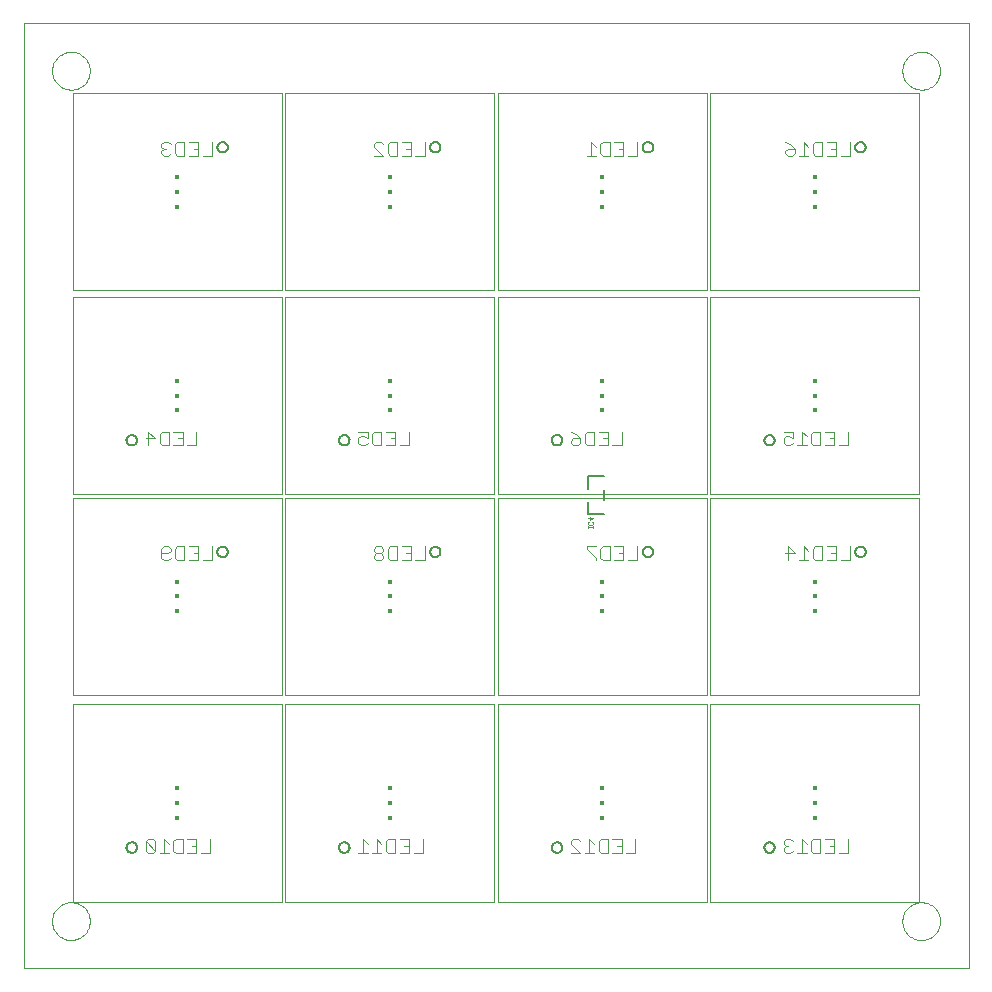
<source format=gbo>
G75*
G70*
%OFA0B0*%
%FSLAX24Y24*%
%IPPOS*%
%LPD*%
%AMOC8*
5,1,8,0,0,1.08239X$1,22.5*
%
%ADD10C,0.0000*%
%ADD11C,0.0040*%
%ADD12R,0.0157X0.0157*%
%ADD13C,0.0079*%
%ADD14C,0.0060*%
%ADD15C,0.0010*%
D10*
X001723Y000125D02*
X001723Y031621D01*
X033219Y031621D01*
X033219Y000125D01*
X001723Y000125D01*
X002668Y001700D02*
X002670Y001750D01*
X002676Y001800D01*
X002686Y001849D01*
X002700Y001897D01*
X002717Y001944D01*
X002738Y001989D01*
X002763Y002033D01*
X002791Y002074D01*
X002823Y002113D01*
X002857Y002150D01*
X002894Y002184D01*
X002934Y002214D01*
X002976Y002241D01*
X003020Y002265D01*
X003066Y002286D01*
X003113Y002302D01*
X003161Y002315D01*
X003211Y002324D01*
X003260Y002329D01*
X003311Y002330D01*
X003361Y002327D01*
X003410Y002320D01*
X003459Y002309D01*
X003507Y002294D01*
X003553Y002276D01*
X003598Y002254D01*
X003641Y002228D01*
X003682Y002199D01*
X003721Y002167D01*
X003757Y002132D01*
X003789Y002094D01*
X003819Y002054D01*
X003846Y002011D01*
X003869Y001967D01*
X003888Y001921D01*
X003904Y001873D01*
X003916Y001824D01*
X003924Y001775D01*
X003928Y001725D01*
X003928Y001675D01*
X003924Y001625D01*
X003916Y001576D01*
X003904Y001527D01*
X003888Y001479D01*
X003869Y001433D01*
X003846Y001389D01*
X003819Y001346D01*
X003789Y001306D01*
X003757Y001268D01*
X003721Y001233D01*
X003682Y001201D01*
X003641Y001172D01*
X003598Y001146D01*
X003553Y001124D01*
X003507Y001106D01*
X003459Y001091D01*
X003410Y001080D01*
X003361Y001073D01*
X003311Y001070D01*
X003260Y001071D01*
X003211Y001076D01*
X003161Y001085D01*
X003113Y001098D01*
X003066Y001114D01*
X003020Y001135D01*
X002976Y001159D01*
X002934Y001186D01*
X002894Y001216D01*
X002857Y001250D01*
X002823Y001287D01*
X002791Y001326D01*
X002763Y001367D01*
X002738Y001411D01*
X002717Y001456D01*
X002700Y001503D01*
X002686Y001551D01*
X002676Y001600D01*
X002670Y001650D01*
X002668Y001700D01*
X003357Y002350D02*
X003357Y008924D01*
X010325Y008924D01*
X010325Y002350D01*
X003357Y002350D01*
X010444Y002350D02*
X010444Y008924D01*
X017412Y008924D01*
X017412Y002350D01*
X010444Y002350D01*
X017530Y002350D02*
X017530Y008924D01*
X024499Y008924D01*
X024499Y002350D01*
X017530Y002350D01*
X024617Y002350D02*
X024617Y008924D01*
X031585Y008924D01*
X031585Y002350D01*
X024617Y002350D01*
X031014Y001700D02*
X031016Y001750D01*
X031022Y001800D01*
X031032Y001849D01*
X031046Y001897D01*
X031063Y001944D01*
X031084Y001989D01*
X031109Y002033D01*
X031137Y002074D01*
X031169Y002113D01*
X031203Y002150D01*
X031240Y002184D01*
X031280Y002214D01*
X031322Y002241D01*
X031366Y002265D01*
X031412Y002286D01*
X031459Y002302D01*
X031507Y002315D01*
X031557Y002324D01*
X031606Y002329D01*
X031657Y002330D01*
X031707Y002327D01*
X031756Y002320D01*
X031805Y002309D01*
X031853Y002294D01*
X031899Y002276D01*
X031944Y002254D01*
X031987Y002228D01*
X032028Y002199D01*
X032067Y002167D01*
X032103Y002132D01*
X032135Y002094D01*
X032165Y002054D01*
X032192Y002011D01*
X032215Y001967D01*
X032234Y001921D01*
X032250Y001873D01*
X032262Y001824D01*
X032270Y001775D01*
X032274Y001725D01*
X032274Y001675D01*
X032270Y001625D01*
X032262Y001576D01*
X032250Y001527D01*
X032234Y001479D01*
X032215Y001433D01*
X032192Y001389D01*
X032165Y001346D01*
X032135Y001306D01*
X032103Y001268D01*
X032067Y001233D01*
X032028Y001201D01*
X031987Y001172D01*
X031944Y001146D01*
X031899Y001124D01*
X031853Y001106D01*
X031805Y001091D01*
X031756Y001080D01*
X031707Y001073D01*
X031657Y001070D01*
X031606Y001071D01*
X031557Y001076D01*
X031507Y001085D01*
X031459Y001098D01*
X031412Y001114D01*
X031366Y001135D01*
X031322Y001159D01*
X031280Y001186D01*
X031240Y001216D01*
X031203Y001250D01*
X031169Y001287D01*
X031137Y001326D01*
X031109Y001367D01*
X031084Y001411D01*
X031063Y001456D01*
X031046Y001503D01*
X031032Y001551D01*
X031022Y001600D01*
X031016Y001650D01*
X031014Y001700D01*
X031585Y009239D02*
X024617Y009239D01*
X024617Y015814D01*
X031585Y015814D01*
X031585Y009239D01*
X024499Y009239D02*
X024499Y015814D01*
X017530Y015814D01*
X017530Y009239D01*
X024499Y009239D01*
X024499Y015932D02*
X017530Y015932D01*
X017530Y022507D01*
X024499Y022507D01*
X024499Y015932D01*
X024617Y015932D02*
X024617Y022507D01*
X031585Y022507D01*
X031585Y015932D01*
X024617Y015932D01*
X024617Y022724D02*
X031585Y022724D01*
X031585Y029298D01*
X024617Y029298D01*
X024617Y022724D01*
X024499Y022724D02*
X024499Y029298D01*
X017530Y029298D01*
X017530Y022724D01*
X024499Y022724D01*
X017412Y022724D02*
X017412Y029298D01*
X010444Y029298D01*
X010444Y022724D01*
X017412Y022724D01*
X017412Y022507D02*
X010444Y022507D01*
X010444Y015932D01*
X017412Y015932D01*
X017412Y022507D01*
X010325Y022507D02*
X010325Y015932D01*
X003357Y015932D01*
X003357Y022507D01*
X010325Y022507D01*
X010325Y022724D02*
X010325Y029298D01*
X003357Y029298D01*
X003357Y022724D01*
X010325Y022724D01*
X010325Y015814D02*
X003357Y015814D01*
X003357Y009239D01*
X010325Y009239D01*
X010325Y015814D01*
X010444Y015814D02*
X010444Y009239D01*
X017412Y009239D01*
X017412Y015814D01*
X010444Y015814D01*
X002668Y030046D02*
X002670Y030096D01*
X002676Y030146D01*
X002686Y030195D01*
X002700Y030243D01*
X002717Y030290D01*
X002738Y030335D01*
X002763Y030379D01*
X002791Y030420D01*
X002823Y030459D01*
X002857Y030496D01*
X002894Y030530D01*
X002934Y030560D01*
X002976Y030587D01*
X003020Y030611D01*
X003066Y030632D01*
X003113Y030648D01*
X003161Y030661D01*
X003211Y030670D01*
X003260Y030675D01*
X003311Y030676D01*
X003361Y030673D01*
X003410Y030666D01*
X003459Y030655D01*
X003507Y030640D01*
X003553Y030622D01*
X003598Y030600D01*
X003641Y030574D01*
X003682Y030545D01*
X003721Y030513D01*
X003757Y030478D01*
X003789Y030440D01*
X003819Y030400D01*
X003846Y030357D01*
X003869Y030313D01*
X003888Y030267D01*
X003904Y030219D01*
X003916Y030170D01*
X003924Y030121D01*
X003928Y030071D01*
X003928Y030021D01*
X003924Y029971D01*
X003916Y029922D01*
X003904Y029873D01*
X003888Y029825D01*
X003869Y029779D01*
X003846Y029735D01*
X003819Y029692D01*
X003789Y029652D01*
X003757Y029614D01*
X003721Y029579D01*
X003682Y029547D01*
X003641Y029518D01*
X003598Y029492D01*
X003553Y029470D01*
X003507Y029452D01*
X003459Y029437D01*
X003410Y029426D01*
X003361Y029419D01*
X003311Y029416D01*
X003260Y029417D01*
X003211Y029422D01*
X003161Y029431D01*
X003113Y029444D01*
X003066Y029460D01*
X003020Y029481D01*
X002976Y029505D01*
X002934Y029532D01*
X002894Y029562D01*
X002857Y029596D01*
X002823Y029633D01*
X002791Y029672D01*
X002763Y029713D01*
X002738Y029757D01*
X002717Y029802D01*
X002700Y029849D01*
X002686Y029897D01*
X002676Y029946D01*
X002670Y029996D01*
X002668Y030046D01*
X031014Y030046D02*
X031016Y030096D01*
X031022Y030146D01*
X031032Y030195D01*
X031046Y030243D01*
X031063Y030290D01*
X031084Y030335D01*
X031109Y030379D01*
X031137Y030420D01*
X031169Y030459D01*
X031203Y030496D01*
X031240Y030530D01*
X031280Y030560D01*
X031322Y030587D01*
X031366Y030611D01*
X031412Y030632D01*
X031459Y030648D01*
X031507Y030661D01*
X031557Y030670D01*
X031606Y030675D01*
X031657Y030676D01*
X031707Y030673D01*
X031756Y030666D01*
X031805Y030655D01*
X031853Y030640D01*
X031899Y030622D01*
X031944Y030600D01*
X031987Y030574D01*
X032028Y030545D01*
X032067Y030513D01*
X032103Y030478D01*
X032135Y030440D01*
X032165Y030400D01*
X032192Y030357D01*
X032215Y030313D01*
X032234Y030267D01*
X032250Y030219D01*
X032262Y030170D01*
X032270Y030121D01*
X032274Y030071D01*
X032274Y030021D01*
X032270Y029971D01*
X032262Y029922D01*
X032250Y029873D01*
X032234Y029825D01*
X032215Y029779D01*
X032192Y029735D01*
X032165Y029692D01*
X032135Y029652D01*
X032103Y029614D01*
X032067Y029579D01*
X032028Y029547D01*
X031987Y029518D01*
X031944Y029492D01*
X031899Y029470D01*
X031853Y029452D01*
X031805Y029437D01*
X031756Y029426D01*
X031707Y029419D01*
X031657Y029416D01*
X031606Y029417D01*
X031557Y029422D01*
X031507Y029431D01*
X031459Y029444D01*
X031412Y029460D01*
X031366Y029481D01*
X031322Y029505D01*
X031280Y029532D01*
X031240Y029562D01*
X031203Y029596D01*
X031169Y029633D01*
X031137Y029672D01*
X031109Y029713D01*
X031084Y029757D01*
X031063Y029802D01*
X031046Y029849D01*
X031032Y029897D01*
X031022Y029946D01*
X031016Y029996D01*
X031014Y030046D01*
D11*
X029262Y027673D02*
X029262Y027212D01*
X028955Y027212D01*
X028802Y027212D02*
X028495Y027212D01*
X028341Y027212D02*
X028111Y027212D01*
X028034Y027289D01*
X028034Y027596D01*
X028111Y027673D01*
X028341Y027673D01*
X028341Y027212D01*
X028648Y027442D02*
X028802Y027442D01*
X028802Y027212D02*
X028802Y027673D01*
X028495Y027673D01*
X027881Y027519D02*
X027728Y027673D01*
X027728Y027212D01*
X027881Y027212D02*
X027574Y027212D01*
X027421Y027289D02*
X027344Y027212D01*
X027190Y027212D01*
X027114Y027289D01*
X027114Y027366D01*
X027190Y027442D01*
X027421Y027442D01*
X027421Y027289D01*
X027421Y027442D02*
X027267Y027596D01*
X027114Y027673D01*
X022176Y027673D02*
X022176Y027212D01*
X021869Y027212D01*
X021715Y027212D02*
X021408Y027212D01*
X021255Y027212D02*
X021025Y027212D01*
X020948Y027289D01*
X020948Y027596D01*
X021025Y027673D01*
X021255Y027673D01*
X021255Y027212D01*
X021562Y027442D02*
X021715Y027442D01*
X021715Y027212D02*
X021715Y027673D01*
X021408Y027673D01*
X020794Y027519D02*
X020641Y027673D01*
X020641Y027212D01*
X020794Y027212D02*
X020487Y027212D01*
X015089Y027212D02*
X014782Y027212D01*
X014629Y027212D02*
X014322Y027212D01*
X014168Y027212D02*
X013938Y027212D01*
X013861Y027289D01*
X013861Y027596D01*
X013938Y027673D01*
X014168Y027673D01*
X014168Y027212D01*
X014475Y027442D02*
X014629Y027442D01*
X014629Y027212D02*
X014629Y027673D01*
X014322Y027673D01*
X013708Y027596D02*
X013631Y027673D01*
X013478Y027673D01*
X013401Y027596D01*
X013401Y027519D01*
X013708Y027212D01*
X013401Y027212D01*
X015089Y027212D02*
X015089Y027673D01*
X008002Y027673D02*
X008002Y027212D01*
X007695Y027212D01*
X007542Y027212D02*
X007235Y027212D01*
X007082Y027212D02*
X006851Y027212D01*
X006775Y027289D01*
X006775Y027596D01*
X006851Y027673D01*
X007082Y027673D01*
X007082Y027212D01*
X007388Y027442D02*
X007542Y027442D01*
X007542Y027212D02*
X007542Y027673D01*
X007235Y027673D01*
X006621Y027596D02*
X006544Y027673D01*
X006391Y027673D01*
X006314Y027596D01*
X006314Y027519D01*
X006391Y027442D01*
X006314Y027366D01*
X006314Y027289D01*
X006391Y027212D01*
X006544Y027212D01*
X006621Y027289D01*
X006468Y027442D02*
X006391Y027442D01*
X006331Y018019D02*
X006254Y017942D01*
X006254Y017635D01*
X006331Y017559D01*
X006561Y017559D01*
X006561Y018019D01*
X006331Y018019D01*
X006101Y017789D02*
X005794Y017789D01*
X005870Y018019D02*
X006101Y017789D01*
X005870Y017559D02*
X005870Y018019D01*
X006714Y018019D02*
X007021Y018019D01*
X007021Y017559D01*
X006714Y017559D01*
X006868Y017789D02*
X007021Y017789D01*
X007175Y017559D02*
X007482Y017559D01*
X007482Y018019D01*
X007542Y014188D02*
X007235Y014188D01*
X007082Y014188D02*
X006851Y014188D01*
X006775Y014112D01*
X006775Y013805D01*
X006851Y013728D01*
X007082Y013728D01*
X007082Y014188D01*
X007388Y013958D02*
X007542Y013958D01*
X007542Y013728D02*
X007235Y013728D01*
X007542Y013728D02*
X007542Y014188D01*
X008002Y014188D02*
X008002Y013728D01*
X007695Y013728D01*
X006621Y013805D02*
X006544Y013728D01*
X006391Y013728D01*
X006314Y013805D01*
X006314Y014112D01*
X006391Y014188D01*
X006544Y014188D01*
X006621Y014112D01*
X006621Y014035D01*
X006544Y013958D01*
X006314Y013958D01*
X012880Y017635D02*
X012957Y017559D01*
X013110Y017559D01*
X013187Y017635D01*
X013341Y017635D02*
X013341Y017942D01*
X013417Y018019D01*
X013648Y018019D01*
X013648Y017559D01*
X013417Y017559D01*
X013341Y017635D01*
X013187Y017789D02*
X013034Y017866D01*
X012957Y017866D01*
X012880Y017789D01*
X012880Y017635D01*
X013187Y017789D02*
X013187Y018019D01*
X012880Y018019D01*
X013801Y018019D02*
X014108Y018019D01*
X014108Y017559D01*
X013801Y017559D01*
X013954Y017789D02*
X014108Y017789D01*
X014261Y017559D02*
X014568Y017559D01*
X014568Y018019D01*
X014629Y014188D02*
X014322Y014188D01*
X014168Y014188D02*
X013938Y014188D01*
X013861Y014112D01*
X013861Y013805D01*
X013938Y013728D01*
X014168Y013728D01*
X014168Y014188D01*
X014475Y013958D02*
X014629Y013958D01*
X014629Y013728D02*
X014322Y013728D01*
X014629Y013728D02*
X014629Y014188D01*
X014782Y013728D02*
X015089Y013728D01*
X015089Y014188D01*
X013708Y014112D02*
X013708Y014035D01*
X013631Y013958D01*
X013478Y013958D01*
X013401Y013881D01*
X013401Y013805D01*
X013478Y013728D01*
X013631Y013728D01*
X013708Y013805D01*
X013708Y013881D01*
X013631Y013958D01*
X013478Y013958D02*
X013401Y014035D01*
X013401Y014112D01*
X013478Y014188D01*
X013631Y014188D01*
X013708Y014112D01*
X019967Y017635D02*
X019967Y017712D01*
X020044Y017789D01*
X020274Y017789D01*
X020274Y017635D01*
X020197Y017559D01*
X020044Y017559D01*
X019967Y017635D01*
X020120Y017942D02*
X020274Y017789D01*
X020427Y017942D02*
X020504Y018019D01*
X020734Y018019D01*
X020734Y017559D01*
X020504Y017559D01*
X020427Y017635D01*
X020427Y017942D01*
X020120Y017942D02*
X019967Y018019D01*
X020888Y018019D02*
X021195Y018019D01*
X021195Y017559D01*
X020888Y017559D01*
X021041Y017789D02*
X021195Y017789D01*
X021348Y017559D02*
X021655Y017559D01*
X021655Y018019D01*
X021715Y014188D02*
X021408Y014188D01*
X021255Y014188D02*
X021255Y013728D01*
X021025Y013728D01*
X020948Y013805D01*
X020948Y014112D01*
X021025Y014188D01*
X021255Y014188D01*
X021562Y013958D02*
X021715Y013958D01*
X021715Y013728D02*
X021408Y013728D01*
X021715Y013728D02*
X021715Y014188D01*
X022176Y014188D02*
X022176Y013728D01*
X021869Y013728D01*
X020794Y013728D02*
X020794Y013805D01*
X020487Y014112D01*
X020487Y014188D01*
X020794Y014188D01*
X027114Y013958D02*
X027421Y013958D01*
X027190Y014188D01*
X027190Y013728D01*
X027574Y013728D02*
X027881Y013728D01*
X027728Y013728D02*
X027728Y014188D01*
X027881Y014035D01*
X028034Y014112D02*
X028034Y013805D01*
X028111Y013728D01*
X028341Y013728D01*
X028341Y014188D01*
X028111Y014188D01*
X028034Y014112D01*
X028495Y014188D02*
X028802Y014188D01*
X028802Y013728D01*
X028495Y013728D01*
X028648Y013958D02*
X028802Y013958D01*
X028955Y013728D02*
X029262Y013728D01*
X029262Y014188D01*
X029202Y017559D02*
X028895Y017559D01*
X028742Y017559D02*
X028435Y017559D01*
X028281Y017559D02*
X028281Y018019D01*
X028051Y018019D01*
X027974Y017942D01*
X027974Y017635D01*
X028051Y017559D01*
X028281Y017559D01*
X028588Y017789D02*
X028742Y017789D01*
X028742Y018019D02*
X028742Y017559D01*
X029202Y017559D02*
X029202Y018019D01*
X028742Y018019D02*
X028435Y018019D01*
X027821Y017866D02*
X027667Y018019D01*
X027667Y017559D01*
X027514Y017559D02*
X027821Y017559D01*
X027360Y017635D02*
X027284Y017559D01*
X027130Y017559D01*
X027053Y017635D01*
X027053Y017789D01*
X027130Y017866D01*
X027207Y017866D01*
X027360Y017789D01*
X027360Y018019D01*
X027053Y018019D01*
X027130Y004436D02*
X027053Y004360D01*
X027053Y004283D01*
X027130Y004206D01*
X027053Y004129D01*
X027053Y004053D01*
X027130Y003976D01*
X027284Y003976D01*
X027360Y004053D01*
X027514Y003976D02*
X027821Y003976D01*
X027667Y003976D02*
X027667Y004436D01*
X027821Y004283D01*
X027974Y004360D02*
X027974Y004053D01*
X028051Y003976D01*
X028281Y003976D01*
X028281Y004436D01*
X028051Y004436D01*
X027974Y004360D01*
X028435Y004436D02*
X028742Y004436D01*
X028742Y003976D01*
X028435Y003976D01*
X028588Y004206D02*
X028742Y004206D01*
X028895Y003976D02*
X029202Y003976D01*
X029202Y004436D01*
X027360Y004360D02*
X027284Y004436D01*
X027130Y004436D01*
X027130Y004206D02*
X027207Y004206D01*
X022115Y003976D02*
X021808Y003976D01*
X021655Y003976D02*
X021655Y004436D01*
X021348Y004436D01*
X021195Y004436D02*
X021195Y003976D01*
X020964Y003976D01*
X020888Y004053D01*
X020888Y004360D01*
X020964Y004436D01*
X021195Y004436D01*
X021501Y004206D02*
X021655Y004206D01*
X021655Y003976D02*
X021348Y003976D01*
X020734Y003976D02*
X020427Y003976D01*
X020274Y003976D02*
X019967Y004283D01*
X019967Y004360D01*
X020044Y004436D01*
X020197Y004436D01*
X020274Y004360D01*
X020581Y004436D02*
X020581Y003976D01*
X020274Y003976D02*
X019967Y003976D01*
X020581Y004436D02*
X020734Y004283D01*
X022115Y004436D02*
X022115Y003976D01*
X015029Y003976D02*
X014722Y003976D01*
X014568Y003976D02*
X014568Y004436D01*
X014261Y004436D01*
X014108Y004436D02*
X013878Y004436D01*
X013801Y004360D01*
X013801Y004053D01*
X013878Y003976D01*
X014108Y003976D01*
X014108Y004436D01*
X014415Y004206D02*
X014568Y004206D01*
X014568Y003976D02*
X014261Y003976D01*
X013648Y003976D02*
X013341Y003976D01*
X013494Y003976D02*
X013494Y004436D01*
X013648Y004283D01*
X013187Y004283D02*
X013034Y004436D01*
X013034Y003976D01*
X013187Y003976D02*
X012880Y003976D01*
X015029Y003976D02*
X015029Y004436D01*
X007942Y004436D02*
X007942Y003976D01*
X007635Y003976D01*
X007482Y003976D02*
X007175Y003976D01*
X007021Y003976D02*
X006791Y003976D01*
X006714Y004053D01*
X006714Y004360D01*
X006791Y004436D01*
X007021Y004436D01*
X007021Y003976D01*
X007328Y004206D02*
X007482Y004206D01*
X007482Y004436D02*
X007482Y003976D01*
X007482Y004436D02*
X007175Y004436D01*
X006561Y004283D02*
X006407Y004436D01*
X006407Y003976D01*
X006254Y003976D02*
X006561Y003976D01*
X006101Y004053D02*
X006101Y004360D01*
X006024Y004436D01*
X005870Y004436D01*
X005794Y004360D01*
X006101Y004053D01*
X006024Y003976D01*
X005870Y003976D01*
X005794Y004053D01*
X005794Y004360D01*
D12*
X006841Y005145D03*
X006841Y005637D03*
X006841Y006129D03*
X006841Y012035D03*
X006841Y012527D03*
X006841Y013019D03*
X006841Y018728D03*
X006841Y019220D03*
X006841Y019712D03*
X006841Y025519D03*
X006841Y026011D03*
X006841Y026503D03*
X013928Y026503D03*
X013928Y026011D03*
X013928Y025519D03*
X013928Y019712D03*
X013928Y019220D03*
X013928Y018728D03*
X013928Y013019D03*
X013928Y012527D03*
X013928Y012035D03*
X013928Y006129D03*
X013928Y005637D03*
X013928Y005145D03*
X021014Y005145D03*
X021014Y005637D03*
X021014Y006129D03*
X021014Y012035D03*
X021014Y012527D03*
X021014Y013019D03*
X021014Y018728D03*
X021014Y019220D03*
X021014Y019712D03*
X021014Y025519D03*
X021014Y026011D03*
X021014Y026503D03*
X028101Y026503D03*
X028101Y026011D03*
X028101Y025519D03*
X028101Y019712D03*
X028101Y019220D03*
X028101Y018728D03*
X028101Y013019D03*
X028101Y012527D03*
X028101Y012035D03*
X028101Y006129D03*
X028101Y005637D03*
X028101Y005145D03*
D13*
X026411Y004153D02*
X026413Y004179D01*
X026419Y004204D01*
X026428Y004228D01*
X026441Y004251D01*
X026457Y004271D01*
X026477Y004289D01*
X026498Y004304D01*
X026521Y004315D01*
X026546Y004323D01*
X026572Y004327D01*
X026598Y004327D01*
X026624Y004323D01*
X026649Y004315D01*
X026672Y004304D01*
X026693Y004289D01*
X026713Y004271D01*
X026729Y004251D01*
X026742Y004228D01*
X026751Y004204D01*
X026757Y004179D01*
X026759Y004153D01*
X026757Y004127D01*
X026751Y004102D01*
X026742Y004078D01*
X026729Y004055D01*
X026713Y004035D01*
X026693Y004017D01*
X026672Y004002D01*
X026649Y003991D01*
X026624Y003983D01*
X026598Y003979D01*
X026572Y003979D01*
X026546Y003983D01*
X026521Y003991D01*
X026498Y004002D01*
X026477Y004017D01*
X026457Y004035D01*
X026441Y004055D01*
X026428Y004078D01*
X026419Y004102D01*
X026413Y004127D01*
X026411Y004153D01*
X019325Y004153D02*
X019327Y004179D01*
X019333Y004204D01*
X019342Y004228D01*
X019355Y004251D01*
X019371Y004271D01*
X019391Y004289D01*
X019412Y004304D01*
X019435Y004315D01*
X019460Y004323D01*
X019486Y004327D01*
X019512Y004327D01*
X019538Y004323D01*
X019563Y004315D01*
X019586Y004304D01*
X019607Y004289D01*
X019627Y004271D01*
X019643Y004251D01*
X019656Y004228D01*
X019665Y004204D01*
X019671Y004179D01*
X019673Y004153D01*
X019671Y004127D01*
X019665Y004102D01*
X019656Y004078D01*
X019643Y004055D01*
X019627Y004035D01*
X019607Y004017D01*
X019586Y004002D01*
X019563Y003991D01*
X019538Y003983D01*
X019512Y003979D01*
X019486Y003979D01*
X019460Y003983D01*
X019435Y003991D01*
X019412Y004002D01*
X019391Y004017D01*
X019371Y004035D01*
X019355Y004055D01*
X019342Y004078D01*
X019333Y004102D01*
X019327Y004127D01*
X019325Y004153D01*
X012238Y004153D02*
X012240Y004179D01*
X012246Y004204D01*
X012255Y004228D01*
X012268Y004251D01*
X012284Y004271D01*
X012304Y004289D01*
X012325Y004304D01*
X012348Y004315D01*
X012373Y004323D01*
X012399Y004327D01*
X012425Y004327D01*
X012451Y004323D01*
X012476Y004315D01*
X012499Y004304D01*
X012520Y004289D01*
X012540Y004271D01*
X012556Y004251D01*
X012569Y004228D01*
X012578Y004204D01*
X012584Y004179D01*
X012586Y004153D01*
X012584Y004127D01*
X012578Y004102D01*
X012569Y004078D01*
X012556Y004055D01*
X012540Y004035D01*
X012520Y004017D01*
X012499Y004002D01*
X012476Y003991D01*
X012451Y003983D01*
X012425Y003979D01*
X012399Y003979D01*
X012373Y003983D01*
X012348Y003991D01*
X012325Y004002D01*
X012304Y004017D01*
X012284Y004035D01*
X012268Y004055D01*
X012255Y004078D01*
X012246Y004102D01*
X012240Y004127D01*
X012238Y004153D01*
X005151Y004153D02*
X005153Y004179D01*
X005159Y004204D01*
X005168Y004228D01*
X005181Y004251D01*
X005197Y004271D01*
X005217Y004289D01*
X005238Y004304D01*
X005261Y004315D01*
X005286Y004323D01*
X005312Y004327D01*
X005338Y004327D01*
X005364Y004323D01*
X005389Y004315D01*
X005412Y004304D01*
X005433Y004289D01*
X005453Y004271D01*
X005469Y004251D01*
X005482Y004228D01*
X005491Y004204D01*
X005497Y004179D01*
X005499Y004153D01*
X005497Y004127D01*
X005491Y004102D01*
X005482Y004078D01*
X005469Y004055D01*
X005453Y004035D01*
X005433Y004017D01*
X005412Y004002D01*
X005389Y003991D01*
X005364Y003983D01*
X005338Y003979D01*
X005312Y003979D01*
X005286Y003983D01*
X005261Y003991D01*
X005238Y004002D01*
X005217Y004017D01*
X005197Y004035D01*
X005181Y004055D01*
X005168Y004078D01*
X005159Y004102D01*
X005153Y004127D01*
X005151Y004153D01*
X008183Y014011D02*
X008185Y014037D01*
X008191Y014062D01*
X008200Y014086D01*
X008213Y014109D01*
X008229Y014129D01*
X008249Y014147D01*
X008270Y014162D01*
X008293Y014173D01*
X008318Y014181D01*
X008344Y014185D01*
X008370Y014185D01*
X008396Y014181D01*
X008421Y014173D01*
X008444Y014162D01*
X008465Y014147D01*
X008485Y014129D01*
X008501Y014109D01*
X008514Y014086D01*
X008523Y014062D01*
X008529Y014037D01*
X008531Y014011D01*
X008529Y013985D01*
X008523Y013960D01*
X008514Y013936D01*
X008501Y013913D01*
X008485Y013893D01*
X008465Y013875D01*
X008444Y013860D01*
X008421Y013849D01*
X008396Y013841D01*
X008370Y013837D01*
X008344Y013837D01*
X008318Y013841D01*
X008293Y013849D01*
X008270Y013860D01*
X008249Y013875D01*
X008229Y013893D01*
X008213Y013913D01*
X008200Y013936D01*
X008191Y013960D01*
X008185Y013985D01*
X008183Y014011D01*
X005151Y017735D02*
X005153Y017761D01*
X005159Y017786D01*
X005168Y017810D01*
X005181Y017833D01*
X005197Y017853D01*
X005217Y017871D01*
X005238Y017886D01*
X005261Y017897D01*
X005286Y017905D01*
X005312Y017909D01*
X005338Y017909D01*
X005364Y017905D01*
X005389Y017897D01*
X005412Y017886D01*
X005433Y017871D01*
X005453Y017853D01*
X005469Y017833D01*
X005482Y017810D01*
X005491Y017786D01*
X005497Y017761D01*
X005499Y017735D01*
X005497Y017709D01*
X005491Y017684D01*
X005482Y017660D01*
X005469Y017637D01*
X005453Y017617D01*
X005433Y017599D01*
X005412Y017584D01*
X005389Y017573D01*
X005364Y017565D01*
X005338Y017561D01*
X005312Y017561D01*
X005286Y017565D01*
X005261Y017573D01*
X005238Y017584D01*
X005217Y017599D01*
X005197Y017617D01*
X005181Y017637D01*
X005168Y017660D01*
X005159Y017684D01*
X005153Y017709D01*
X005151Y017735D01*
X012238Y017735D02*
X012240Y017761D01*
X012246Y017786D01*
X012255Y017810D01*
X012268Y017833D01*
X012284Y017853D01*
X012304Y017871D01*
X012325Y017886D01*
X012348Y017897D01*
X012373Y017905D01*
X012399Y017909D01*
X012425Y017909D01*
X012451Y017905D01*
X012476Y017897D01*
X012499Y017886D01*
X012520Y017871D01*
X012540Y017853D01*
X012556Y017833D01*
X012569Y017810D01*
X012578Y017786D01*
X012584Y017761D01*
X012586Y017735D01*
X012584Y017709D01*
X012578Y017684D01*
X012569Y017660D01*
X012556Y017637D01*
X012540Y017617D01*
X012520Y017599D01*
X012499Y017584D01*
X012476Y017573D01*
X012451Y017565D01*
X012425Y017561D01*
X012399Y017561D01*
X012373Y017565D01*
X012348Y017573D01*
X012325Y017584D01*
X012304Y017599D01*
X012284Y017617D01*
X012268Y017637D01*
X012255Y017660D01*
X012246Y017684D01*
X012240Y017709D01*
X012238Y017735D01*
X015270Y014011D02*
X015272Y014037D01*
X015278Y014062D01*
X015287Y014086D01*
X015300Y014109D01*
X015316Y014129D01*
X015336Y014147D01*
X015357Y014162D01*
X015380Y014173D01*
X015405Y014181D01*
X015431Y014185D01*
X015457Y014185D01*
X015483Y014181D01*
X015508Y014173D01*
X015531Y014162D01*
X015552Y014147D01*
X015572Y014129D01*
X015588Y014109D01*
X015601Y014086D01*
X015610Y014062D01*
X015616Y014037D01*
X015618Y014011D01*
X015616Y013985D01*
X015610Y013960D01*
X015601Y013936D01*
X015588Y013913D01*
X015572Y013893D01*
X015552Y013875D01*
X015531Y013860D01*
X015508Y013849D01*
X015483Y013841D01*
X015457Y013837D01*
X015431Y013837D01*
X015405Y013841D01*
X015380Y013849D01*
X015357Y013860D01*
X015336Y013875D01*
X015316Y013893D01*
X015300Y013913D01*
X015287Y013936D01*
X015278Y013960D01*
X015272Y013985D01*
X015270Y014011D01*
X019325Y017735D02*
X019327Y017761D01*
X019333Y017786D01*
X019342Y017810D01*
X019355Y017833D01*
X019371Y017853D01*
X019391Y017871D01*
X019412Y017886D01*
X019435Y017897D01*
X019460Y017905D01*
X019486Y017909D01*
X019512Y017909D01*
X019538Y017905D01*
X019563Y017897D01*
X019586Y017886D01*
X019607Y017871D01*
X019627Y017853D01*
X019643Y017833D01*
X019656Y017810D01*
X019665Y017786D01*
X019671Y017761D01*
X019673Y017735D01*
X019671Y017709D01*
X019665Y017684D01*
X019656Y017660D01*
X019643Y017637D01*
X019627Y017617D01*
X019607Y017599D01*
X019586Y017584D01*
X019563Y017573D01*
X019538Y017565D01*
X019512Y017561D01*
X019486Y017561D01*
X019460Y017565D01*
X019435Y017573D01*
X019412Y017584D01*
X019391Y017599D01*
X019371Y017617D01*
X019355Y017637D01*
X019342Y017660D01*
X019333Y017684D01*
X019327Y017709D01*
X019325Y017735D01*
X022356Y014011D02*
X022358Y014037D01*
X022364Y014062D01*
X022373Y014086D01*
X022386Y014109D01*
X022402Y014129D01*
X022422Y014147D01*
X022443Y014162D01*
X022466Y014173D01*
X022491Y014181D01*
X022517Y014185D01*
X022543Y014185D01*
X022569Y014181D01*
X022594Y014173D01*
X022617Y014162D01*
X022638Y014147D01*
X022658Y014129D01*
X022674Y014109D01*
X022687Y014086D01*
X022696Y014062D01*
X022702Y014037D01*
X022704Y014011D01*
X022702Y013985D01*
X022696Y013960D01*
X022687Y013936D01*
X022674Y013913D01*
X022658Y013893D01*
X022638Y013875D01*
X022617Y013860D01*
X022594Y013849D01*
X022569Y013841D01*
X022543Y013837D01*
X022517Y013837D01*
X022491Y013841D01*
X022466Y013849D01*
X022443Y013860D01*
X022422Y013875D01*
X022402Y013893D01*
X022386Y013913D01*
X022373Y013936D01*
X022364Y013960D01*
X022358Y013985D01*
X022356Y014011D01*
X026411Y017735D02*
X026413Y017761D01*
X026419Y017786D01*
X026428Y017810D01*
X026441Y017833D01*
X026457Y017853D01*
X026477Y017871D01*
X026498Y017886D01*
X026521Y017897D01*
X026546Y017905D01*
X026572Y017909D01*
X026598Y017909D01*
X026624Y017905D01*
X026649Y017897D01*
X026672Y017886D01*
X026693Y017871D01*
X026713Y017853D01*
X026729Y017833D01*
X026742Y017810D01*
X026751Y017786D01*
X026757Y017761D01*
X026759Y017735D01*
X026757Y017709D01*
X026751Y017684D01*
X026742Y017660D01*
X026729Y017637D01*
X026713Y017617D01*
X026693Y017599D01*
X026672Y017584D01*
X026649Y017573D01*
X026624Y017565D01*
X026598Y017561D01*
X026572Y017561D01*
X026546Y017565D01*
X026521Y017573D01*
X026498Y017584D01*
X026477Y017599D01*
X026457Y017617D01*
X026441Y017637D01*
X026428Y017660D01*
X026419Y017684D01*
X026413Y017709D01*
X026411Y017735D01*
X029443Y014011D02*
X029445Y014037D01*
X029451Y014062D01*
X029460Y014086D01*
X029473Y014109D01*
X029489Y014129D01*
X029509Y014147D01*
X029530Y014162D01*
X029553Y014173D01*
X029578Y014181D01*
X029604Y014185D01*
X029630Y014185D01*
X029656Y014181D01*
X029681Y014173D01*
X029704Y014162D01*
X029725Y014147D01*
X029745Y014129D01*
X029761Y014109D01*
X029774Y014086D01*
X029783Y014062D01*
X029789Y014037D01*
X029791Y014011D01*
X029789Y013985D01*
X029783Y013960D01*
X029774Y013936D01*
X029761Y013913D01*
X029745Y013893D01*
X029725Y013875D01*
X029704Y013860D01*
X029681Y013849D01*
X029656Y013841D01*
X029630Y013837D01*
X029604Y013837D01*
X029578Y013841D01*
X029553Y013849D01*
X029530Y013860D01*
X029509Y013875D01*
X029489Y013893D01*
X029473Y013913D01*
X029460Y013936D01*
X029451Y013960D01*
X029445Y013985D01*
X029443Y014011D01*
X029443Y027495D02*
X029445Y027521D01*
X029451Y027546D01*
X029460Y027570D01*
X029473Y027593D01*
X029489Y027613D01*
X029509Y027631D01*
X029530Y027646D01*
X029553Y027657D01*
X029578Y027665D01*
X029604Y027669D01*
X029630Y027669D01*
X029656Y027665D01*
X029681Y027657D01*
X029704Y027646D01*
X029725Y027631D01*
X029745Y027613D01*
X029761Y027593D01*
X029774Y027570D01*
X029783Y027546D01*
X029789Y027521D01*
X029791Y027495D01*
X029789Y027469D01*
X029783Y027444D01*
X029774Y027420D01*
X029761Y027397D01*
X029745Y027377D01*
X029725Y027359D01*
X029704Y027344D01*
X029681Y027333D01*
X029656Y027325D01*
X029630Y027321D01*
X029604Y027321D01*
X029578Y027325D01*
X029553Y027333D01*
X029530Y027344D01*
X029509Y027359D01*
X029489Y027377D01*
X029473Y027397D01*
X029460Y027420D01*
X029451Y027444D01*
X029445Y027469D01*
X029443Y027495D01*
X022356Y027495D02*
X022358Y027521D01*
X022364Y027546D01*
X022373Y027570D01*
X022386Y027593D01*
X022402Y027613D01*
X022422Y027631D01*
X022443Y027646D01*
X022466Y027657D01*
X022491Y027665D01*
X022517Y027669D01*
X022543Y027669D01*
X022569Y027665D01*
X022594Y027657D01*
X022617Y027646D01*
X022638Y027631D01*
X022658Y027613D01*
X022674Y027593D01*
X022687Y027570D01*
X022696Y027546D01*
X022702Y027521D01*
X022704Y027495D01*
X022702Y027469D01*
X022696Y027444D01*
X022687Y027420D01*
X022674Y027397D01*
X022658Y027377D01*
X022638Y027359D01*
X022617Y027344D01*
X022594Y027333D01*
X022569Y027325D01*
X022543Y027321D01*
X022517Y027321D01*
X022491Y027325D01*
X022466Y027333D01*
X022443Y027344D01*
X022422Y027359D01*
X022402Y027377D01*
X022386Y027397D01*
X022373Y027420D01*
X022364Y027444D01*
X022358Y027469D01*
X022356Y027495D01*
X015270Y027495D02*
X015272Y027521D01*
X015278Y027546D01*
X015287Y027570D01*
X015300Y027593D01*
X015316Y027613D01*
X015336Y027631D01*
X015357Y027646D01*
X015380Y027657D01*
X015405Y027665D01*
X015431Y027669D01*
X015457Y027669D01*
X015483Y027665D01*
X015508Y027657D01*
X015531Y027646D01*
X015552Y027631D01*
X015572Y027613D01*
X015588Y027593D01*
X015601Y027570D01*
X015610Y027546D01*
X015616Y027521D01*
X015618Y027495D01*
X015616Y027469D01*
X015610Y027444D01*
X015601Y027420D01*
X015588Y027397D01*
X015572Y027377D01*
X015552Y027359D01*
X015531Y027344D01*
X015508Y027333D01*
X015483Y027325D01*
X015457Y027321D01*
X015431Y027321D01*
X015405Y027325D01*
X015380Y027333D01*
X015357Y027344D01*
X015336Y027359D01*
X015316Y027377D01*
X015300Y027397D01*
X015287Y027420D01*
X015278Y027444D01*
X015272Y027469D01*
X015270Y027495D01*
X008183Y027495D02*
X008185Y027521D01*
X008191Y027546D01*
X008200Y027570D01*
X008213Y027593D01*
X008229Y027613D01*
X008249Y027631D01*
X008270Y027646D01*
X008293Y027657D01*
X008318Y027665D01*
X008344Y027669D01*
X008370Y027669D01*
X008396Y027665D01*
X008421Y027657D01*
X008444Y027646D01*
X008465Y027631D01*
X008485Y027613D01*
X008501Y027593D01*
X008514Y027570D01*
X008523Y027546D01*
X008529Y027521D01*
X008531Y027495D01*
X008529Y027469D01*
X008523Y027444D01*
X008514Y027420D01*
X008501Y027397D01*
X008485Y027377D01*
X008465Y027359D01*
X008444Y027344D01*
X008421Y027333D01*
X008396Y027325D01*
X008370Y027321D01*
X008344Y027321D01*
X008318Y027325D01*
X008293Y027333D01*
X008270Y027344D01*
X008249Y027359D01*
X008229Y027377D01*
X008213Y027397D01*
X008200Y027420D01*
X008191Y027444D01*
X008185Y027469D01*
X008183Y027495D01*
D14*
X020538Y016523D02*
X020538Y016106D01*
X020538Y015682D02*
X020538Y015284D01*
X021055Y015284D01*
X021058Y015737D02*
X021058Y016075D01*
X021055Y016523D02*
X020538Y016523D01*
D15*
X020618Y015161D02*
X020618Y015061D01*
X020693Y015136D01*
X020543Y015136D01*
X020568Y015014D02*
X020543Y014989D01*
X020543Y014939D01*
X020568Y014914D01*
X020668Y014914D01*
X020693Y014939D01*
X020693Y014989D01*
X020668Y015014D01*
X020693Y014866D02*
X020693Y014816D01*
X020693Y014841D02*
X020543Y014841D01*
X020543Y014816D02*
X020543Y014866D01*
M02*

</source>
